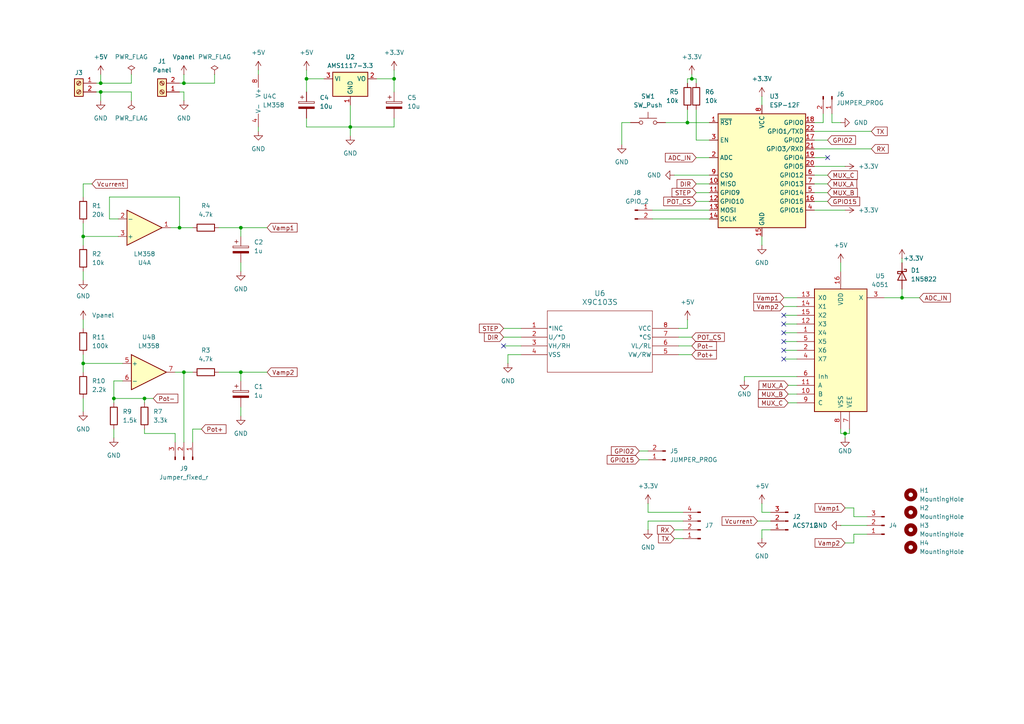
<source format=kicad_sch>
(kicad_sch (version 20250114) (generator "eeschema") (generator_version "9.0")
  (paper "A4")
  (lib_symbols
    (symbol "4xxx:4051" (pin_names (offset 1.016))
      (property "Reference" "U" (at -7.62 19.05 0))
      (property "Value" "4051" (at -7.62 -19.05 0))
      (symbol "4051_1_0"
        (pin passive line (at -12.7 15.24 0) (length 5.08) (name "X0") (number "13"))
        (pin passive line (at -12.7 12.7 0) (length 5.08) (name "X1") (number "14"))
        (pin passive line (at -12.7 10.16 0) (length 5.08) (name "X2") (number "15"))
        (pin passive line (at -12.7 7.62 0) (length 5.08) (name "X3") (number "12"))
        (pin passive line (at -12.7 5.08 0) (length 5.08) (name "X4") (number "1"))
        (pin passive line (at -12.7 2.54 0) (length 5.08) (name "X5") (number "5"))
        (pin passive line (at -12.7 0 0) (length 5.08) (name "X6") (number "2"))
        (pin passive line (at -12.7 -2.54 0) (length 5.08) (name "X7") (number "4"))
        (pin input line (at -12.7 -7.62 0) (length 5.08) (name "Inh") (number "6"))
        (pin input line (at -12.7 -10.16 0) (length 5.08) (name "A") (number "11"))
        (pin input line (at -12.7 -12.7 0) (length 5.08) (name "B") (number "10"))
        (pin input line (at -12.7 -15.24 0) (length 5.08) (name "C") (number "9"))
        (pin power_in line (at 0 22.86 270) (length 5.08) (name "VDD") (number "16"))
        (pin power_in line (at 0 -22.86 90) (length 5.08) (name "VSS") (number "8"))
        (pin power_in line (at 2.54 -22.86 90) (length 5.08) (name "VEE") (number "7"))
        (pin passive line (at 12.7 15.24 180) (length 5.08) (name "X") (number "3"))
      )
      (symbol "4051_1_1"
        (rectangle (start -7.62 17.78) (end 7.62 -17.78) (stroke (width 0.254)) (fill (type background)))
      )
    )
    (symbol "Amplifier_Operational:LM358" (pin_names (offset 0.127))
      (property "Reference" "U" (at 0 5.08 0))
      (property "Value" "LM358" (at 0 -5.08 0))
      (symbol "LM358_1_1"
        (polyline (pts (xy -5.08 5.08) (xy 5.08 0) (xy -5.08 -5.08) (xy -5.08 5.08)) (stroke (width 0.254)) (fill (type background)))
        (pin input line (at -7.62 2.54 0) (length 2.54) (name "+") (number "3"))
        (pin input line (at -7.62 -2.54 0) (length 2.54) (name "-") (number "2"))
        (pin output line (at 7.62 0 180) (length 2.54) (name "~") (number "1"))
      )
      (symbol "LM358_2_1"
        (polyline (pts (xy -5.08 5.08) (xy 5.08 0) (xy -5.08 -5.08) (xy -5.08 5.08)) (stroke (width 0.254)) (fill (type background)))
        (pin input line (at -7.62 2.54 0) (length 2.54) (name "+") (number "5"))
        (pin input line (at -7.62 -2.54 0) (length 2.54) (name "-") (number "6"))
        (pin output line (at 7.62 0 180) (length 2.54) (name "~") (number "7"))
      )
      (symbol "LM358_3_1"
        (pin power_in line (at -2.54 7.62 270) (length 3.81) (name "V+") (number "8"))
        (pin power_in line (at -2.54 -7.62 90) (length 3.81) (name "V-") (number "4"))
      )
    )
    (symbol "Connector:Conn_01x02_Pin" (pin_names (offset 1.016) (hide yes))
      (property "Reference" "J" (at 0 2.54 0))
      (property "Value" "Conn_01x02_Pin" (at 0 -5.08 0))
      (symbol "Conn_01x02_Pin_1_1"
        (rectangle (start 0.8636 0.127) (end 0 -0.127) (stroke (width 0.1524)) (fill (type outline)))
        (rectangle (start 0.8636 -2.413) (end 0 -2.667) (stroke (width 0.1524)) (fill (type outline)))
        (polyline (pts (xy 1.27 0) (xy 0.8636 0)) (stroke (width 0.1524)))
        (polyline (pts (xy 1.27 -2.54) (xy 0.8636 -2.54)) (stroke (width 0.1524)))
        (pin passive line (at 5.08 0 180) (length 3.81) (name "Pin_1") (number "1"))
        (pin passive line (at 5.08 -2.54 180) (length 3.81) (name "Pin_2") (number "2"))
      )
    )
    (symbol "Connector:Conn_01x03_Pin" (pin_names (offset 1.016) (hide yes))
      (property "Reference" "J" (at 0 5.08 0))
      (property "Value" "Conn_01x03_Pin" (at 0 -5.08 0))
      (symbol "Conn_01x03_Pin_1_1"
        (rectangle (start 0.8636 2.667) (end 0 2.413) (stroke (width 0.1524)) (fill (type outline)))
        (rectangle (start 0.8636 0.127) (end 0 -0.127) (stroke (width 0.1524)) (fill (type outline)))
        (rectangle (start 0.8636 -2.413) (end 0 -2.667) (stroke (width 0.1524)) (fill (type outline)))
        (polyline (pts (xy 1.27 2.54) (xy 0.8636 2.54)) (stroke (width 0.1524)))
        (polyline (pts (xy 1.27 0) (xy 0.8636 0)) (stroke (width 0.1524)))
        (polyline (pts (xy 1.27 -2.54) (xy 0.8636 -2.54)) (stroke (width 0.1524)))
        (pin passive line (at 5.08 2.54 180) (length 3.81) (name "Pin_1") (number "1"))
        (pin passive line (at 5.08 0 180) (length 3.81) (name "Pin_2") (number "2"))
        (pin passive line (at 5.08 -2.54 180) (length 3.81) (name "Pin_3") (number "3"))
      )
    )
    (symbol "Connector:Conn_01x04_Pin" (pin_names (offset 1.016) (hide yes))
      (property "Reference" "J" (at 0 5.08 0))
      (property "Value" "Conn_01x04_Pin" (at 0 -7.62 0))
      (symbol "Conn_01x04_Pin_1_1"
        (rectangle (start 0.8636 2.667) (end 0 2.413) (stroke (width 0.1524)) (fill (type outline)))
        (rectangle (start 0.8636 0.127) (end 0 -0.127) (stroke (width 0.1524)) (fill (type outline)))
        (rectangle (start 0.8636 -2.413) (end 0 -2.667) (stroke (width 0.1524)) (fill (type outline)))
        (rectangle (start 0.8636 -4.953) (end 0 -5.207) (stroke (width 0.1524)) (fill (type outline)))
        (polyline (pts (xy 1.27 2.54) (xy 0.8636 2.54)) (stroke (width 0.1524)))
        (polyline (pts (xy 1.27 0) (xy 0.8636 0)) (stroke (width 0.1524)))
        (polyline (pts (xy 1.27 -2.54) (xy 0.8636 -2.54)) (stroke (width 0.1524)))
        (polyline (pts (xy 1.27 -5.08) (xy 0.8636 -5.08)) (stroke (width 0.1524)))
        (pin passive line (at 5.08 2.54 180) (length 3.81) (name "Pin_1") (number "1"))
        (pin passive line (at 5.08 0 180) (length 3.81) (name "Pin_2") (number "2"))
        (pin passive line (at 5.08 -2.54 180) (length 3.81) (name "Pin_3") (number "3"))
        (pin passive line (at 5.08 -5.08 180) (length 3.81) (name "Pin_4") (number "4"))
      )
    )
    (symbol "Connector:Screw_Terminal_01x02" (pin_names (offset 1.016) (hide yes))
      (property "Reference" "J" (at 0 2.54 0))
      (property "Value" "Screw_Terminal_01x02" (at 0 -5.08 0))
      (symbol "Screw_Terminal_01x02_1_1"
        (rectangle (start -1.27 1.27) (end 1.27 -3.81) (stroke (width 0.254)) (fill (type background)))
        (polyline (pts (xy -0.5334 0.3302) (xy 0.3302 -0.508)) (stroke (width 0.1524)))
        (polyline (pts (xy -0.5334 -2.2098) (xy 0.3302 -3.048)) (stroke (width 0.1524)))
        (polyline (pts (xy -0.3556 0.508) (xy 0.508 -0.3302)) (stroke (width 0.1524)))
        (polyline (pts (xy -0.3556 -2.032) (xy 0.508 -2.8702)) (stroke (width 0.1524)))
        (circle (center 0 0) (radius 0.635) (stroke (width 0.1524)))
        (circle (center 0 -2.54) (radius 0.635) (stroke (width 0.1524)))
        (pin passive line (at -5.08 0 0) (length 3.81) (name "Pin_1") (number "1"))
        (pin passive line (at -5.08 -2.54 0) (length 3.81) (name "Pin_2") (number "2"))
      )
    )
    (symbol "Device:C_Polarized" (pin_numbers (hide yes)) (pin_names (offset 0.254))
      (property "Reference" "C" (at 0.635 2.54 0))
      (property "Value" "C_Polarized" (at 0.635 -2.54 0))
      (symbol "C_Polarized_0_1"
        (rectangle (start -2.286 0.508) (end 2.286 1.016))
        (polyline (pts (xy -1.778 2.286) (xy -0.762 2.286)))
        (polyline (pts (xy -1.27 2.794) (xy -1.27 1.778)))
        (rectangle (start 2.286 -0.508) (end -2.286 -1.016) (fill (type outline)))
      )
      (symbol "C_Polarized_1_1"
        (pin passive line (at 0 3.81 270) (length 2.794) (name "~") (number "1"))
        (pin passive line (at 0 -3.81 90) (length 2.794) (name "~") (number "2"))
      )
    )
    (symbol "Device:R" (pin_numbers (hide yes)) (pin_names (offset 0))
      (property "Reference" "R" (at 2.032 0 90))
      (property "Value" "R" (at 0 0 90))
      (symbol "R_0_1"
        (rectangle (start -1.016 -2.54) (end 1.016 2.54) (stroke (width 0.254)))
      )
      (symbol "R_1_1"
        (pin passive line (at 0 3.81 270) (length 1.27) (name "~") (number "1"))
        (pin passive line (at 0 -3.81 90) (length 1.27) (name "~") (number "2"))
      )
    )
    (symbol "Diode:1N5822" (pin_numbers (hide yes)) (pin_names (offset 1.016) (hide yes))
      (property "Reference" "D" (at 0 2.54 0))
      (property "Value" "1N5822" (at 0 -2.54 0))
      (symbol "1N5822_0_1"
        (polyline (pts (xy -1.905 0.635) (xy -1.905 1.27) (xy -1.27 1.27) (xy -1.27 -1.27) (xy -0.635 -1.27) (xy -0.635 -0.635)) (stroke (width 0.254)))
        (polyline (pts (xy 1.27 1.27) (xy 1.27 -1.27) (xy -1.27 0) (xy 1.27 1.27)) (stroke (width 0.254)))
        (polyline (pts (xy 1.27 0) (xy -1.27 0)))
      )
      (symbol "1N5822_1_1"
        (pin passive line (at -3.81 0 0) (length 2.54) (name "K") (number "1"))
        (pin passive line (at 3.81 0 180) (length 2.54) (name "A") (number "2"))
      )
    )
    (symbol "Mechanical:MountingHole" (pin_names (offset 1.016)) (exclude_from_sim yes) (in_bom no)
      (property "Reference" "H" (at 0 5.08 0))
      (property "Value" "MountingHole" (at 0 3.175 0))
      (symbol "MountingHole_0_1"
        (circle (center 0 0) (radius 1.27) (stroke (width 1.27)))
      )
    )
    (symbol "RF_Module:ESP-12F"
      (property "Reference" "U" (at -12.7 19.05 0))
      (property "Value" "ESP-12F" (at 12.7 19.05 0))
      (symbol "ESP-12F_0_1"
        (rectangle (start -12.7 17.78) (end 12.7 -15.24) (stroke (width 0.254)) (fill (type background)))
      )
      (symbol "ESP-12F_1_1"
        (pin input line (at -15.24 15.24 0) (length 2.54) (name "~{RST}") (number "1"))
        (pin input line (at -15.24 10.16 0) (length 2.54) (name "EN") (number "3"))
        (pin input line (at -15.24 5.08 0) (length 2.54) (name "ADC") (number "2"))
        (pin input line (at -15.24 0 0) (length 2.54) (name "CS0") (number "9"))
        (pin bidirectional line (at -15.24 -2.54 0) (length 2.54) (name "MISO") (number "10"))
        (pin bidirectional line (at -15.24 -5.08 0) (length 2.54) (name "GPIO9") (number "11"))
        (pin bidirectional line (at -15.24 -7.62 0) (length 2.54) (name "GPIO10") (number "12"))
        (pin bidirectional line (at -15.24 -10.16 0) (length 2.54) (name "MOSI") (number "13"))
        (pin bidirectional line (at -15.24 -12.7 0) (length 2.54) (name "SCLK") (number "14"))
        (pin power_in line (at 0 20.32 270) (length 2.54) (name "VCC") (number "8"))
        (pin power_in line (at 0 -17.78 90) (length 2.54) (name "GND") (number "15"))
        (pin bidirectional line (at 15.24 15.24 180) (length 2.54) (name "GPIO0") (number "18"))
        (pin bidirectional line (at 15.24 12.7 180) (length 2.54) (name "GPIO1/TXD") (number "22"))
        (pin bidirectional line (at 15.24 10.16 180) (length 2.54) (name "GPIO2") (number "17"))
        (pin bidirectional line (at 15.24 7.62 180) (length 2.54) (name "GPIO3/RXD") (number "21"))
        (pin bidirectional line (at 15.24 5.08 180) (length 2.54) (name "GPIO4") (number "19"))
        (pin bidirectional line (at 15.24 2.54 180) (length 2.54) (name "GPIO5") (number "20"))
        (pin bidirectional line (at 15.24 0 180) (length 2.54) (name "GPIO12") (number "6"))
        (pin bidirectional line (at 15.24 -2.54 180) (length 2.54) (name "GPIO13") (number "7"))
        (pin bidirectional line (at 15.24 -5.08 180) (length 2.54) (name "GPIO14") (number "5"))
        (pin bidirectional line (at 15.24 -7.62 180) (length 2.54) (name "GPIO15") (number "16"))
        (pin bidirectional line (at 15.24 -10.16 180) (length 2.54) (name "GPIO16") (number "4"))
      )
    )
    (symbol "Regulator_Linear:AMS1117-3.3"
      (property "Reference" "U" (at -3.81 3.175 0))
      (property "Value" "AMS1117-3.3" (at 0 3.175 0))
      (symbol "AMS1117-3.3_0_1"
        (rectangle (start -5.08 -5.08) (end 5.08 1.905) (stroke (width 0.254)) (fill (type background)))
      )
      (symbol "AMS1117-3.3_1_1"
        (pin power_in line (at -7.62 0 0) (length 2.54) (name "VI") (number "3"))
        (pin power_in line (at 0 -7.62 90) (length 2.54) (name "GND") (number "1"))
        (pin power_out line (at 7.62 0 180) (length 2.54) (name "VO") (number "2"))
      )
    )
    (symbol "Switch:SW_Push" (pin_numbers (hide yes)) (pin_names (offset 1.016) (hide yes))
      (property "Reference" "SW" (at 1.27 2.54 0))
      (property "Value" "SW_Push" (at 0 -1.524 0))
      (symbol "SW_Push_0_1"
        (circle (center -2.032 0) (radius 0.508))
        (polyline (pts (xy 0 1.27) (xy 0 3.048)))
        (circle (center 2.032 0) (radius 0.508))
        (polyline (pts (xy 2.54 1.27) (xy -2.54 1.27)))
        (pin passive line (at -5.08 0 0) (length 2.54) (name "1") (number "1"))
        (pin passive line (at 5.08 0 180) (length 2.54) (name "2") (number "2"))
      )
    )
    (symbol "power:+3.3V" (power) (pin_numbers (hide yes)) (pin_names (offset 0) (hide yes))
      (property "Value" "+3.3V" (at 0 3.556 0))
      (symbol "+3.3V_0_1"
        (polyline (pts (xy -0.762 1.27) (xy 0 2.54)))
        (polyline (pts (xy 0 2.54) (xy 0.762 1.27)))
        (polyline (pts (xy 0 0) (xy 0 2.54)))
      )
      (symbol "+3.3V_1_1"
        (pin power_in line (at 0 0 90) (length 0) (name "~") (number "1"))
      )
    )
    (symbol "power:+48V" (power) (pin_numbers (hide yes)) (pin_names (offset 0) (hide yes))
      (property "Value" "+48V" (at 0 3.556 0))
      (symbol "+48V_0_1"
        (polyline (pts (xy -0.762 1.27) (xy 0 2.54)))
        (polyline (pts (xy 0 2.54) (xy 0.762 1.27)))
        (polyline (pts (xy 0 0) (xy 0 2.54)))
      )
      (symbol "+48V_1_1"
        (pin power_in line (at 0 0 90) (length 0) (name "~") (number "1"))
      )
    )
    (symbol "power:+5V" (power) (pin_numbers (hide yes)) (pin_names (offset 0) (hide yes))
      (property "Value" "+5V" (at 0 3.556 0))
      (symbol "+5V_0_1"
        (polyline (pts (xy -0.762 1.27) (xy 0 2.54)))
        (polyline (pts (xy 0 2.54) (xy 0.762 1.27)))
        (polyline (pts (xy 0 0) (xy 0 2.54)))
      )
      (symbol "+5V_1_1"
        (pin power_in line (at 0 0 90) (length 0) (name "~") (number "1"))
      )
    )
    (symbol "power:GND" (power) (pin_numbers (hide yes)) (pin_names (offset 0) (hide yes))
      (property "Value" "GND" (at 0 -3.81 0))
      (symbol "GND_0_1"
        (polyline (pts (xy 0 0) (xy 0 -1.27) (xy 1.27 -1.27) (xy 0 -2.54) (xy -1.27 -1.27) (xy 0 -1.27)))
      )
      (symbol "GND_1_1"
        (pin power_in line (at 0 0 270) (length 0) (name "~") (number "1"))
      )
    )
    (symbol "power:PWR_FLAG" (power) (pin_numbers (hide yes)) (pin_names (offset 0) (hide yes))
      (property "Value" "PWR_FLAG" (at 0 3.81 0))
      (symbol "PWR_FLAG_0_0"
        (pin power_out line (at 0 0 90) (length 0) (name "~") (number "1"))
      )
      (symbol "PWR_FLAG_0_1"
        (polyline (pts (xy 0 0) (xy 0 1.27) (xy -1.016 1.905) (xy 0 2.54) (xy 1.016 1.905) (xy 0 1.27)))
      )
    )
    (symbol "x9c103s:X9C103S" (pin_names (offset 0.254))
      (property "Reference" "U" (at 22.86 10.16 0))
      (property "Value" "X9C103S" (at 22.86 7.62 0))
      (symbol "X9C103S_0_1"
        (polyline (pts (xy 7.62 5.08) (xy 7.62 -12.7)) (stroke (width 0.127)))
        (polyline (pts (xy 7.62 -12.7) (xy 38.1 -12.7)) (stroke (width 0.127)))
        (polyline (pts (xy 38.1 5.08) (xy 7.62 5.08)) (stroke (width 0.127)))
        (polyline (pts (xy 38.1 -12.7) (xy 38.1 5.08)) (stroke (width 0.127)))
        (pin input line (at 0 0 0) (length 7.62) (name "*INC") (number "1"))
        (pin input line (at 0 -2.54 0) (length 7.62) (name "U/*D") (number "2"))
        (pin power_in line (at 0 -7.62 0) (length 7.62) (name "VSS") (number "4"))
        (pin power_in line (at 45.72 0 180) (length 7.62) (name "VCC") (number "8"))
        (pin input line (at 45.72 -2.54 180) (length 7.62) (name "*CS") (number "7"))
      )
      (symbol "X9C103S_1_1"
        (pin bidirectional line (at 0 -5.08 0) (length 7.62) (name "VH/RH") (number "3"))
        (pin bidirectional line (at 45.72 -5.08 180) (length 7.62) (name "VL/RL") (number "6"))
        (pin bidirectional line (at 45.72 -7.62 180) (length 7.62) (name "VW/RW") (number "5"))
      )
    )
  )
  (junction (at 200.66 22.86))
  (junction (at 24.13 68.58))
  (junction (at 53.34 107.95))
  (junction (at 69.85 66.04))
  (junction (at 41.91 115.57))
  (junction (at 33.02 115.57))
  (junction (at 24.13 105.41))
  (junction (at 101.6 36.83))
  (junction (at 88.9 22.86))
  (junction (at 199.39 35.56))
  (junction (at 52.07 66.04))
  (junction (at 261.62 86.36))
  (junction (at 29.21 24.13))
  (junction (at 69.85 107.95))
  (junction (at 29.21 26.67))
  (junction (at 53.34 24.13))
  (junction (at 245.11 125.73))
  (junction (at 114.3 22.86))
  (no_connect (at 227.33 99.06))
  (no_connect (at 227.33 101.6))
  (no_connect (at 227.33 91.44))
  (no_connect (at 227.33 104.14))
  (no_connect (at 227.33 96.52))
  (no_connect (at 227.33 93.98))
  (no_connect (at 240.03 45.72))
  (no_connect (at 146.05 100.33))
  (wire (pts (xy 236.22 45.72) (xy 240.03 45.72)))
  (wire (pts (xy 219.71 151.13) (xy 223.52 151.13)))
  (wire (pts (xy 74.93 36.83) (xy 74.93 38.1)))
  (wire (pts (xy 193.04 35.56) (xy 199.39 35.56)))
  (wire (pts (xy 114.3 36.83) (xy 101.6 36.83)))
  (wire (pts (xy 241.3 35.56) (xy 243.84 35.56)))
  (wire (pts (xy 29.21 26.67) (xy 38.1 26.67)))
  (wire (pts (xy 29.21 24.13) (xy 29.21 21.59)))
  (wire (pts (xy 199.39 22.86) (xy 200.66 22.86)))
  (wire (pts (xy 53.34 24.13) (xy 53.34 21.59)))
  (wire (pts (xy 227.33 104.14) (xy 231.14 104.14)))
  (wire (pts (xy 62.23 21.59) (xy 62.23 24.13)))
  (wire (pts (xy 215.9 110.49) (xy 215.9 109.22)))
  (wire (pts (xy 246.38 125.73) (xy 245.11 125.73)))
  (wire (pts (xy 27.94 24.13) (xy 29.21 24.13)))
  (wire (pts (xy 220.98 146.05) (xy 220.98 148.59)))
  (wire (pts (xy 195.58 50.8) (xy 205.74 50.8)))
  (wire (pts (xy 63.5 66.04) (xy 69.85 66.04)))
  (wire (pts (xy 201.93 40.64) (xy 205.74 40.64)))
  (wire (pts (xy 187.96 153.67) (xy 187.96 151.13)))
  (wire (pts (xy 236.22 50.8) (xy 240.03 50.8)))
  (wire (pts (xy 236.22 53.34) (xy 240.03 53.34)))
  (wire (pts (xy 189.23 63.5) (xy 205.74 63.5)))
  (wire (pts (xy 199.39 31.75) (xy 199.39 35.56)))
  (wire (pts (xy 199.39 35.56) (xy 205.74 35.56)))
  (wire (pts (xy 101.6 36.83) (xy 101.6 39.37)))
  (wire (pts (xy 196.85 102.87) (xy 200.66 102.87)))
  (wire (pts (xy 74.93 20.32) (xy 74.93 21.59)))
  (wire (pts (xy 88.9 20.32) (xy 88.9 22.86)))
  (wire (pts (xy 38.1 29.21) (xy 38.1 26.67)))
  (wire (pts (xy 58.42 124.46) (xy 55.88 124.46)))
  (wire (pts (xy 69.85 107.95) (xy 69.85 110.49)))
  (wire (pts (xy 247.65 149.86) (xy 251.46 149.86)))
  (wire (pts (xy 247.65 154.94) (xy 251.46 154.94)))
  (wire (pts (xy 256.54 86.36) (xy 261.62 86.36)))
  (wire (pts (xy 220.98 27.94) (xy 220.98 30.48)))
  (wire (pts (xy 146.05 100.33) (xy 151.13 100.33)))
  (wire (pts (xy 24.13 105.41) (xy 24.13 107.95)))
  (wire (pts (xy 236.22 38.1) (xy 252.73 38.1)))
  (wire (pts (xy 220.98 68.58) (xy 220.98 71.12)))
  (wire (pts (xy 215.9 109.22) (xy 231.14 109.22)))
  (wire (pts (xy 185.42 133.35) (xy 187.96 133.35)))
  (wire (pts (xy 77.47 107.95) (xy 69.85 107.95)))
  (wire (pts (xy 236.22 43.18) (xy 252.73 43.18)))
  (wire (pts (xy 29.21 26.67) (xy 29.21 29.21)))
  (wire (pts (xy 195.58 156.21) (xy 198.12 156.21)))
  (wire (pts (xy 227.33 101.6) (xy 231.14 101.6)))
  (wire (pts (xy 31.75 57.15) (xy 52.07 57.15)))
  (wire (pts (xy 196.85 97.79) (xy 200.66 97.79)))
  (wire (pts (xy 261.62 86.36) (xy 266.7 86.36)))
  (wire (pts (xy 198.12 148.59) (xy 187.96 148.59)))
  (wire (pts (xy 220.98 153.67) (xy 220.98 156.21)))
  (wire (pts (xy 29.21 24.13) (xy 38.1 24.13)))
  (wire (pts (xy 261.62 74.93) (xy 261.62 76.2)))
  (wire (pts (xy 52.07 66.04) (xy 55.88 66.04)))
  (wire (pts (xy 228.6 116.84) (xy 231.14 116.84)))
  (wire (pts (xy 245.11 60.96) (xy 236.22 60.96)))
  (wire (pts (xy 223.52 153.67) (xy 220.98 153.67)))
  (wire (pts (xy 33.02 115.57) (xy 33.02 116.84)))
  (wire (pts (xy 246.38 124.46) (xy 246.38 125.73)))
  (wire (pts (xy 200.66 22.86) (xy 200.66 21.59)))
  (wire (pts (xy 114.3 22.86) (xy 109.22 22.86)))
  (wire (pts (xy 50.8 128.27) (xy 50.8 125.73)))
  (wire (pts (xy 247.65 157.48) (xy 247.65 154.94)))
  (wire (pts (xy 41.91 115.57) (xy 41.91 116.84)))
  (wire (pts (xy 245.11 125.73) (xy 243.84 125.73)))
  (wire (pts (xy 53.34 107.95) (xy 53.34 128.27)))
  (wire (pts (xy 69.85 76.2) (xy 69.85 78.74)))
  (wire (pts (xy 114.3 22.86) (xy 114.3 26.67)))
  (wire (pts (xy 238.76 33.02) (xy 238.76 35.56)))
  (wire (pts (xy 228.6 111.76) (xy 231.14 111.76)))
  (wire (pts (xy 247.65 147.32) (xy 247.65 149.86)))
  (wire (pts (xy 201.93 24.13) (xy 201.93 22.86)))
  (wire (pts (xy 227.33 86.36) (xy 231.14 86.36)))
  (wire (pts (xy 69.85 118.11) (xy 69.85 120.65)))
  (wire (pts (xy 88.9 36.83) (xy 88.9 34.29)))
  (wire (pts (xy 227.33 93.98) (xy 231.14 93.98)))
  (wire (pts (xy 69.85 66.04) (xy 69.85 68.58)))
  (wire (pts (xy 33.02 124.46) (xy 33.02 127)))
  (wire (pts (xy 180.34 35.56) (xy 180.34 41.91)))
  (wire (pts (xy 88.9 22.86) (xy 93.98 22.86)))
  (wire (pts (xy 34.29 63.5) (xy 31.75 63.5)))
  (wire (pts (xy 114.3 20.32) (xy 114.3 22.86)))
  (wire (pts (xy 187.96 148.59) (xy 187.96 146.05)))
  (wire (pts (xy 31.75 63.5) (xy 31.75 57.15)))
  (wire (pts (xy 243.84 124.46) (xy 243.84 125.73)))
  (wire (pts (xy 147.32 105.41) (xy 147.32 102.87)))
  (wire (pts (xy 201.93 31.75) (xy 201.93 40.64)))
  (wire (pts (xy 185.42 130.81) (xy 187.96 130.81)))
  (wire (pts (xy 55.88 124.46) (xy 55.88 128.27)))
  (wire (pts (xy 243.84 76.2) (xy 243.84 78.74)))
  (wire (pts (xy 24.13 64.77) (xy 24.13 68.58)))
  (wire (pts (xy 236.22 48.26) (xy 245.11 48.26)))
  (wire (pts (xy 114.3 34.29) (xy 114.3 36.83)))
  (wire (pts (xy 53.34 24.13) (xy 62.23 24.13)))
  (wire (pts (xy 27.94 26.67) (xy 29.21 26.67)))
  (wire (pts (xy 41.91 125.73) (xy 41.91 124.46)))
  (wire (pts (xy 195.58 153.67) (xy 198.12 153.67)))
  (wire (pts (xy 38.1 21.59) (xy 38.1 24.13)))
  (wire (pts (xy 240.03 58.42) (xy 236.22 58.42)))
  (wire (pts (xy 50.8 107.95) (xy 53.34 107.95)))
  (wire (pts (xy 201.93 22.86) (xy 200.66 22.86)))
  (wire (pts (xy 245.11 157.48) (xy 247.65 157.48)))
  (wire (pts (xy 227.33 91.44) (xy 231.14 91.44)))
  (wire (pts (xy 24.13 95.25) (xy 24.13 92.71)))
  (wire (pts (xy 146.05 95.25) (xy 151.13 95.25)))
  (wire (pts (xy 53.34 26.67) (xy 53.34 29.21)))
  (wire (pts (xy 236.22 40.64) (xy 240.03 40.64)))
  (wire (pts (xy 33.02 110.49) (xy 33.02 115.57)))
  (wire (pts (xy 24.13 53.34) (xy 24.13 57.15)))
  (wire (pts (xy 187.96 151.13) (xy 198.12 151.13)))
  (wire (pts (xy 227.33 99.06) (xy 231.14 99.06)))
  (wire (pts (xy 201.93 58.42) (xy 205.74 58.42)))
  (wire (pts (xy 41.91 125.73) (xy 50.8 125.73)))
  (wire (pts (xy 147.32 102.87) (xy 151.13 102.87)))
  (wire (pts (xy 33.02 110.49) (xy 35.56 110.49)))
  (wire (pts (xy 243.84 152.4) (xy 251.46 152.4)))
  (wire (pts (xy 41.91 115.57) (xy 44.45 115.57)))
  (wire (pts (xy 236.22 55.88) (xy 240.03 55.88)))
  (wire (pts (xy 199.39 92.71) (xy 199.39 95.25)))
  (wire (pts (xy 24.13 105.41) (xy 35.56 105.41)))
  (wire (pts (xy 88.9 22.86) (xy 88.9 26.67)))
  (wire (pts (xy 101.6 36.83) (xy 88.9 36.83)))
  (wire (pts (xy 228.6 114.3) (xy 231.14 114.3)))
  (wire (pts (xy 24.13 78.74) (xy 24.13 81.28)))
  (wire (pts (xy 101.6 30.48) (xy 101.6 36.83)))
  (wire (pts (xy 220.98 148.59) (xy 223.52 148.59)))
  (wire (pts (xy 69.85 66.04) (xy 77.47 66.04)))
  (wire (pts (xy 196.85 100.33) (xy 200.66 100.33)))
  (wire (pts (xy 146.05 97.79) (xy 151.13 97.79)))
  (wire (pts (xy 245.11 125.73) (xy 245.11 127)))
  (wire (pts (xy 26.67 53.34) (xy 24.13 53.34)))
  (wire (pts (xy 227.33 88.9) (xy 231.14 88.9)))
  (wire (pts (xy 201.93 45.72) (xy 205.74 45.72)))
  (wire (pts (xy 199.39 95.25) (xy 196.85 95.25)))
  (wire (pts (xy 182.88 35.56) (xy 180.34 35.56)))
  (wire (pts (xy 227.33 96.52) (xy 231.14 96.52)))
  (wire (pts (xy 24.13 68.58) (xy 34.29 68.58)))
  (wire (pts (xy 245.11 147.32) (xy 247.65 147.32)))
  (wire (pts (xy 52.07 24.13) (xy 53.34 24.13)))
  (wire (pts (xy 33.02 115.57) (xy 41.91 115.57)))
  (wire (pts (xy 24.13 102.87) (xy 24.13 105.41)))
  (wire (pts (xy 53.34 107.95) (xy 55.88 107.95)))
  (wire (pts (xy 201.93 53.34) (xy 205.74 53.34)))
  (wire (pts (xy 24.13 68.58) (xy 24.13 71.12)))
  (wire (pts (xy 49.53 66.04) (xy 52.07 66.04)))
  (wire (pts (xy 63.5 107.95) (xy 69.85 107.95)))
  (wire (pts (xy 24.13 115.57) (xy 24.13 119.38)))
  (wire (pts (xy 52.07 26.67) (xy 53.34 26.67)))
  (wire (pts (xy 241.3 33.02) (xy 241.3 35.56)))
  (wire (pts (xy 52.07 57.15) (xy 52.07 66.04)))
  (wire (pts (xy 199.39 22.86) (xy 199.39 24.13)))
  (wire (pts (xy 201.93 55.88) (xy 205.74 55.88)))
  (wire (pts (xy 261.62 83.82) (xy 261.62 86.36)))
  (wire (pts (xy 238.76 35.56) (xy 236.22 35.56)))
  (wire (pts (xy 189.23 60.96) (xy 205.74 60.96)))
  (global_label "Pot+" (shape input) (at 58.42 124.46 0) (property "Intersheetrefs" "${INTERSHEET_REFS}" (effects (hide yes))))
  (global_label "Vcurrent" (shape input) (at 219.71 151.13 180) (property "Intersheetrefs" "${INTERSHEET_REFS}" (effects (hide yes))))
  (global_label "Vamp1" (shape input) (at 245.11 147.32 180) (property "Intersheetrefs" "${INTERSHEET_REFS}" (effects (hide yes))))
  (global_label "MUX_C" (shape input) (at 228.6 116.84 180) (property "Intersheetrefs" "${INTERSHEET_REFS}" (effects (hide yes))))
  (global_label "Pot-" (shape input) (at 200.66 100.33 0) (property "Intersheetrefs" "${INTERSHEET_REFS}" (effects (hide yes))))
  (global_label "Vcurrent" (shape input) (at 26.67 53.34 0) (property "Intersheetrefs" "${INTERSHEET_REFS}" (effects (hide yes))))
  (global_label "POT_CS" (shape input) (at 201.93 58.42 180) (property "Intersheetrefs" "${INTERSHEET_REFS}" (effects (hide yes))))
  (global_label "MUX_B" (shape input) (at 228.6 114.3 180) (property "Intersheetrefs" "${INTERSHEET_REFS}" (effects (hide yes))))
  (global_label "DIR" (shape input) (at 146.05 97.79 180) (property "Intersheetrefs" "${INTERSHEET_REFS}" (effects (hide yes))))
  (global_label "STEP" (shape input) (at 146.05 95.25 180) (property "Intersheetrefs" "${INTERSHEET_REFS}" (effects (hide yes))))
  (global_label "MUX_A" (shape input) (at 228.6 111.76 180) (property "Intersheetrefs" "${INTERSHEET_REFS}" (effects (hide yes))))
  (global_label "TX" (shape input) (at 252.73 38.1 0) (property "Intersheetrefs" "${INTERSHEET_REFS}" (effects (hide yes))))
  (global_label "ADC_IN" (shape input) (at 266.7 86.36 0) (property "Intersheetrefs" "${INTERSHEET_REFS}" (effects (hide yes))))
  (global_label "TX" (shape input) (at 195.58 156.21 180) (property "Intersheetrefs" "${INTERSHEET_REFS}" (effects (hide yes))))
  (global_label "RX" (shape input) (at 252.73 43.18 0) (property "Intersheetrefs" "${INTERSHEET_REFS}" (effects (hide yes))))
  (global_label "Vamp1" (shape input) (at 77.47 66.04 0) (property "Intersheetrefs" "${INTERSHEET_REFS}" (effects (hide yes))))
  (global_label "Vamp2" (shape input) (at 245.11 157.48 180) (property "Intersheetrefs" "${INTERSHEET_REFS}" (effects (hide yes))))
  (global_label "GPIO15" (shape input) (at 240.03 58.42 0) (property "Intersheetrefs" "${INTERSHEET_REFS}" (effects (hide yes))))
  (global_label "MUX_C" (shape input) (at 240.03 50.8 0) (property "Intersheetrefs" "${INTERSHEET_REFS}" (effects (hide yes))))
  (global_label "GPIO15" (shape input) (at 185.42 133.35 180) (property "Intersheetrefs" "${INTERSHEET_REFS}" (effects (hide yes))))
  (global_label "POT_CS" (shape input) (at 200.66 97.79 0) (property "Intersheetrefs" "${INTERSHEET_REFS}" (effects (hide yes))))
  (global_label "Vamp1" (shape input) (at 227.33 86.36 180) (property "Intersheetrefs" "${INTERSHEET_REFS}" (effects (hide yes))))
  (global_label "GPIO2" (shape input) (at 185.42 130.81 180) (property "Intersheetrefs" "${INTERSHEET_REFS}" (effects (hide yes))))
  (global_label "MUX_A" (shape input) (at 240.03 53.34 0) (property "Intersheetrefs" "${INTERSHEET_REFS}" (effects (hide yes))))
  (global_label "MUX_B" (shape input) (at 240.03 55.88 0) (property "Intersheetrefs" "${INTERSHEET_REFS}" (effects (hide yes))))
  (global_label "GPIO2" (shape input) (at 240.03 40.64 0) (property "Intersheetrefs" "${INTERSHEET_REFS}" (effects (hide yes))))
  (global_label "STEP" (shape input) (at 201.93 55.88 180) (property "Intersheetrefs" "${INTERSHEET_REFS}" (effects (hide yes))))
  (global_label "RX" (shape input) (at 195.58 153.67 180) (property "Intersheetrefs" "${INTERSHEET_REFS}" (effects (hide yes))))
  (global_label "Vamp2" (shape input) (at 227.33 88.9 180) (property "Intersheetrefs" "${INTERSHEET_REFS}" (effects (hide yes))))
  (global_label "Vamp2" (shape input) (at 77.47 107.95 0) (property "Intersheetrefs" "${INTERSHEET_REFS}" (effects (hide yes))))
  (global_label "Pot+" (shape input) (at 200.66 102.87 0) (property "Intersheetrefs" "${INTERSHEET_REFS}" (effects (hide yes))))
  (global_label "Pot-" (shape input) (at 44.45 115.57 0) (property "Intersheetrefs" "${INTERSHEET_REFS}" (effects (hide yes))))
  (global_label "DIR" (shape input) (at 201.93 53.34 180) (property "Intersheetrefs" "${INTERSHEET_REFS}" (effects (hide yes))))
  (global_label "ADC_IN" (shape input) (at 201.93 45.72 180) (property "Intersheetrefs" "${INTERSHEET_REFS}" (effects (hide yes))))
  (symbol (lib_id "Amplifier_Operational:LM358") (at 77.47 29.21 0) (unit 3)
    (property "Reference" "U4" (at 76.2 27.9399 0) (effects (justify left)))
    (property "Value" "LM358" (at 76.2 30.4799 0) (effects (justify left)))
    (property "Footprint" "Package_DIP:DIP-8_W10.16mm_LongPads" (effects (hide yes)))
    (property "Datasheet" "http://www.ti.com/lit/ds/symlink/lm2904-n.pdf" (effects (hide yes)))
    (property "Description" "Low-Power, Dual Operational Amplifiers, DIP-8/SOIC-8/TO-99-8" (effects (hide yes)))
  )
  (symbol (lib_id "Mechanical:MountingHole") (at 264.16 148.59 0) (unit 1) (exclude_from_sim yes) (in_bom no)
    (property "Reference" "H2" (at 266.7 147.3199 0) (effects (justify left)))
    (property "Value" "MountingHole" (at 266.7 149.8599 0) (effects (justify left)))
    (property "Footprint" "MountingHole:MountingHole_3.2mm_M3" (effects (hide yes)))
    (property "Description" "Mounting Hole without connection" (effects (hide yes)))
  )
  (symbol (lib_id "power:GND") (at 101.6 39.37 0) (unit 1)
    (property "Reference" "#PWR08" (effects (hide yes)))
    (property "Value" "GND" (at 101.6 44.45 0))
    (property "Description" "Power symbol creates a global label with name \"GND\" , ground" (effects (hide yes)))
  )
  (symbol (lib_id "power:GND") (at 24.13 81.28 0) (unit 1)
    (property "Reference" "#PWR023" (effects (hide yes)))
    (property "Value" "GND" (at 24.13 85.852 0))
    (property "Description" "Power symbol creates a global label with name \"GND\" , ground" (effects (hide yes)))
  )
  (symbol (lib_id "power:GND") (at 245.11 127 0) (unit 1)
    (property "Reference" "#PWR029" (effects (hide yes)))
    (property "Value" "GND" (at 245.11 130.81 0))
    (property "Description" "Power symbol creates a global label with name \"GND\" , ground" (effects (hide yes)))
  )
  (symbol (lib_id "power:+3.3V") (at 245.11 48.26 270) (unit 1)
    (property "Reference" "#PWR04" (effects (hide yes)))
    (property "Value" "+3.3V" (at 248.92 48.2599 90) (effects (justify left)))
    (property "Description" "Power symbol creates a global label with name \"+3.3V\"" (effects (hide yes)))
  )
  (symbol (lib_id "power:PWR_FLAG") (at 38.1 29.21 180) (unit 1)
    (property "Reference" "#FLG02" (effects (hide yes)))
    (property "Value" "PWR_FLAG" (at 38.1 34.29 0))
    (property "Description" "Special symbol for telling ERC where power comes from" (effects (hide yes)))
  )
  (symbol (lib_id "power:+5V") (at 29.21 21.59 0) (unit 1)
    (property "Reference" "#PWR015" (effects (hide yes)))
    (property "Value" "+5V" (at 29.21 16.51 0))
    (property "Description" "Power symbol creates a global label with name \"+5V\"" (effects (hide yes)))
  )
  (symbol (lib_id "power:GND") (at 29.21 29.21 0) (unit 1)
    (property "Reference" "#PWR016" (effects (hide yes)))
    (property "Value" "GND" (at 29.21 34.29 0))
    (property "Description" "Power symbol creates a global label with name \"GND\" , ground" (effects (hide yes)))
  )
  (symbol (lib_id "power:GND") (at 220.98 71.12 0) (unit 1)
    (property "Reference" "#PWR020" (effects (hide yes)))
    (property "Value" "GND" (at 220.98 76.2 0))
    (property "Description" "Power symbol creates a global label with name \"GND\" , ground" (effects (hide yes)))
  )
  (symbol (lib_id "Mechanical:MountingHole") (at 264.16 158.75 0) (unit 1) (exclude_from_sim yes) (in_bom no)
    (property "Reference" "H4" (at 266.7 157.4799 0) (effects (justify left)))
    (property "Value" "MountingHole" (at 266.7 160.0199 0) (effects (justify left)))
    (property "Footprint" "MountingHole:MountingHole_3.2mm_M3" (effects (hide yes)))
    (property "Description" "Mounting Hole without connection" (effects (hide yes)))
  )
  (symbol (lib_id "power:GND") (at 180.34 41.91 0) (unit 1)
    (property "Reference" "#PWR024" (effects (hide yes)))
    (property "Value" "GND" (at 180.34 46.99 0))
    (property "Description" "Power symbol creates a global label with name \"GND\" , ground" (effects (hide yes)))
  )
  (symbol (lib_id "Device:R") (at 33.02 120.65 180) (unit 1)
    (property "Reference" "R9" (at 35.56 119.3799 0) (effects (justify right)))
    (property "Value" "1.5k" (at 35.56 121.9199 0) (effects (justify right)))
    (property "Footprint" "Resistor_THT:R_Axial_DIN0207_L6.3mm_D2.5mm_P10.16mm_Horizontal" (effects (hide yes)))
    (property "Description" "Resistor" (effects (hide yes)))
  )
  (symbol (lib_id "power:GND") (at 187.96 153.67 0) (unit 1)
    (property "Reference" "#PWR033" (effects (hide yes)))
    (property "Value" "GND" (at 187.96 158.75 0))
    (property "Description" "Power symbol creates a global label with name \"GND\" , ground" (effects (hide yes)))
  )
  (symbol (lib_id "Device:C_Polarized") (at 114.3 30.48 0) (unit 1)
    (property "Reference" "C5" (at 118.11 28.3209 0) (effects (justify left)))
    (property "Value" "10u" (at 118.11 30.8609 0) (effects (justify left)))
    (property "Footprint" "Capacitor_THT:CP_Radial_D5.0mm_P2.50mm" (effects (hide yes)))
    (property "Description" "Polarized capacitor" (effects (hide yes)))
  )
  (symbol (lib_id "Mechanical:MountingHole") (at 264.16 143.51 0) (unit 1) (exclude_from_sim yes) (in_bom no)
    (property "Reference" "H1" (at 266.7 142.2399 0) (effects (justify left)))
    (property "Value" "MountingHole" (at 266.7 144.7799 0) (effects (justify left)))
    (property "Footprint" "MountingHole:MountingHole_3.2mm_M3" (effects (hide yes)))
    (property "Description" "Mounting Hole without connection" (effects (hide yes)))
  )
  (symbol (lib_id "x9c103s:X9C103S") (at 151.13 95.25 0) (unit 1)
    (property "Reference" "U6" (at 173.99 85.09 0) (effects (font (size 1.524 1.524))))
    (property "Value" "X9C103S" (at 173.99 87.63 0) (effects (font (size 1.524 1.524))))
    (property "Footprint" "Componentes:X9C103S" (effects (hide yes)))
    (property "Datasheet" "X9C103S" (effects (hide yes)))
  )
  (symbol (lib_id "Device:R") (at 59.69 107.95 90) (unit 1)
    (property "Reference" "R3" (at 59.69 101.6 90))
    (property "Value" "4.7k" (at 59.69 104.14 90))
    (property "Footprint" "Resistor_THT:R_Axial_DIN0207_L6.3mm_D2.5mm_P10.16mm_Horizontal" (effects (hide yes)))
    (property "Description" "Resistor" (effects (hide yes)))
  )
  (symbol (lib_id "Amplifier_Operational:LM358") (at 43.18 107.95 0) (unit 2)
    (property "Reference" "U4" (at 43.18 97.79 0))
    (property "Value" "LM358" (at 43.18 100.33 0))
    (property "Footprint" "Package_DIP:DIP-8_W10.16mm_LongPads" (effects (hide yes)))
    (property "Datasheet" "http://www.ti.com/lit/ds/symlink/lm2904-n.pdf" (effects (hide yes)))
    (property "Description" "Low-Power, Dual Operational Amplifiers, DIP-8/SOIC-8/TO-99-8" (effects (hide yes)))
  )
  (symbol (lib_id "power:+3.3V") (at 261.62 74.93 0) (unit 1)
    (property "Reference" "#PWR03" (effects (hide yes)))
    (property "Value" "+3.3V" (at 264.922 74.93 0))
    (property "Description" "Power symbol creates a global label with name \"+3.3V\"" (effects (hide yes)))
  )
  (symbol (lib_id "power:+5V") (at 220.98 146.05 0) (unit 1)
    (property "Reference" "#PWR010" (effects (hide yes)))
    (property "Value" "+5V" (at 220.98 140.97 0))
    (property "Description" "Power symbol creates a global label with name \"+5V\"" (effects (hide yes)))
  )
  (symbol (lib_id "power:PWR_FLAG") (at 38.1 21.59 0) (unit 1)
    (property "Reference" "#FLG01" (effects (hide yes)))
    (property "Value" "PWR_FLAG" (at 38.1 16.51 0))
    (property "Description" "Special symbol for telling ERC where power comes from" (effects (hide yes)))
  )
  (symbol (lib_id "power:GND") (at 243.84 35.56 90) (unit 1)
    (property "Reference" "#PWR028" (effects (hide yes)))
    (property "Value" "GND" (at 247.65 35.5599 90) (effects (justify right)))
    (property "Description" "Power symbol creates a global label with name \"GND\" , ground" (effects (hide yes)))
  )
  (symbol (lib_id "power:+5V") (at 74.93 20.32 0) (unit 1)
    (property "Reference" "#PWR018" (effects (hide yes)))
    (property "Value" "+5V" (at 74.93 15.24 0))
    (property "Description" "Power symbol creates a global label with name \"+5V\"" (effects (hide yes)))
  )
  (symbol (lib_id "power:PWR_FLAG") (at 62.23 21.59 0) (unit 1)
    (property "Reference" "#FLG03" (effects (hide yes)))
    (property "Value" "PWR_FLAG" (at 62.23 16.51 0))
    (property "Description" "Special symbol for telling ERC where power comes from" (effects (hide yes)))
  )
  (symbol (lib_id "power:GND") (at 33.02 127 0) (unit 1)
    (property "Reference" "#PWR026" (effects (hide yes)))
    (property "Value" "GND" (at 33.02 132.08 0))
    (property "Description" "Power symbol creates a global label with name \"GND\" , ground" (effects (hide yes)))
  )
  (symbol (lib_id "power:GND") (at 195.58 50.8 270) (unit 1)
    (property "Reference" "#PWR034" (effects (hide yes)))
    (property "Value" "GND" (at 191.77 50.7999 90) (effects (justify right)))
    (property "Description" "Power symbol creates a global label with name \"GND\" , ground" (effects (hide yes)))
  )
  (symbol (lib_id "power:+3.3V") (at 187.96 146.05 0) (unit 1)
    (property "Reference" "#PWR032" (effects (hide yes)))
    (property "Value" "+3.3V" (at 187.96 140.97 0))
    (property "Description" "Power symbol creates a global label with name \"+3.3V\"" (effects (hide yes)))
  )
  (symbol (lib_id "Device:R") (at 24.13 74.93 0) (unit 1)
    (property "Reference" "R2" (at 26.67 73.6599 0) (effects (justify left)))
    (property "Value" "10k" (at 26.67 76.1999 0) (effects (justify left)))
    (property "Footprint" "Resistor_THT:R_Axial_DIN0207_L6.3mm_D2.5mm_P10.16mm_Horizontal" (effects (hide yes)))
    (property "Description" "Resistor" (effects (hide yes)))
  )
  (symbol (lib_id "RF_Module:ESP-12F") (at 220.98 50.8 0) (unit 1)
    (property "Reference" "U3" (at 223.1741 27.94 0) (effects (justify left)))
    (property "Value" "ESP-12F" (at 223.1741 30.48 0) (effects (justify left)))
    (property "Footprint" "RF_Module:ESP-12E" (effects (hide yes)))
    (property "Datasheet" "http://wiki.ai-thinker.com/_media/esp8266/esp8266_series_modules_user_manual_v1.1.pdf" (effects (hide yes)))
    (property "Description" "802.11 b/g/n Wi-Fi Module" (effects (hide yes)))
  )
  (symbol (lib_id "power:+48V") (at 24.13 92.71 0) (unit 1)
    (property "Reference" "#PWR025" (effects (hide yes)))
    (property "Value" "Vpanel" (at 26.67 91.4399 0) (effects (justify left)))
    (property "Description" "Power symbol creates a global label with name \"+48V\"" (effects (hide yes)))
  )
  (symbol (lib_id "Amplifier_Operational:LM358") (at 41.91 66.04 0) (mirror x) (unit 1)
    (property "Reference" "U4" (at 41.91 76.2 0))
    (property "Value" "LM358" (at 41.91 73.66 0))
    (property "Footprint" "Package_DIP:DIP-8_W10.16mm_LongPads" (effects (hide yes)))
    (property "Datasheet" "http://www.ti.com/lit/ds/symlink/lm2904-n.pdf" (effects (hide yes)))
    (property "Description" "Low-Power, Dual Operational Amplifiers, DIP-8/SOIC-8/TO-99-8" (effects (hide yes)))
  )
  (symbol (lib_id "Connector:Conn_01x03_Pin") (at 53.34 133.35 270) (mirror x) (unit 1)
    (property "Reference" "J9" (at 53.34 135.89 90))
    (property "Value" "Jumper_fixed_r" (at 53.34 138.43 90))
    (property "Footprint" "Connector_PinHeader_2.54mm:PinHeader_1x03_P2.54mm_Vertical" (effects (hide yes)))
    (property "Description" "Generic connector, single row, 01x03, script generated" (effects (hide yes)))
  )
  (symbol (lib_id "power:+3.3V") (at 245.11 60.96 270) (unit 1)
    (property "Reference" "#PWR07" (effects (hide yes)))
    (property "Value" "+3.3V" (at 248.92 60.9599 90) (effects (justify left)))
    (property "Description" "Power symbol creates a global label with name \"+3.3V\"" (effects (hide yes)))
  )
  (symbol (lib_id "Connector:Conn_01x02_Pin") (at 241.3 27.94 270) (unit 1)
    (property "Reference" "J6" (at 242.57 27.3049 90) (effects (justify left)))
    (property "Value" "JUMPER_PROG" (at 242.57 29.8449 90) (effects (justify left)))
    (property "Footprint" "Connector_PinHeader_2.54mm:PinHeader_1x02_P2.54mm_Vertical" (effects (hide yes)))
    (property "Description" "Generic connector, single row, 01x02, script generated" (effects (hide yes)))
  )
  (symbol (lib_id "power:GND") (at 147.32 105.41 0) (unit 1)
    (property "Reference" "#PWR012" (effects (hide yes)))
    (property "Value" "GND" (at 147.32 110.49 0))
    (property "Description" "Power symbol creates a global label with name \"GND\" , ground" (effects (hide yes)))
  )
  (symbol (lib_id "power:GND") (at 243.84 152.4 270) (unit 1)
    (property "Reference" "#PWR06" (effects (hide yes)))
    (property "Value" "GND" (at 240.03 152.3999 90) (effects (justify right)))
    (property "Description" "Power symbol creates a global label with name \"GND\" , ground" (effects (hide yes)))
  )
  (symbol (lib_id "Switch:SW_Push") (at 187.96 35.56 0) (unit 1)
    (property "Reference" "SW1" (at 187.96 27.94 0))
    (property "Value" "SW_Push" (at 187.96 30.48 0))
    (property "Footprint" "Button_Switch_THT:SW_PUSH_6mm" (effects (hide yes)))
    (property "Description" "Push button switch, generic, two pins" (effects (hide yes)))
  )
  (symbol (lib_id "Device:R") (at 59.69 66.04 90) (unit 1)
    (property "Reference" "R4" (at 59.69 59.69 90))
    (property "Value" "4.7k" (at 59.69 62.23 90))
    (property "Footprint" "Resistor_THT:R_Axial_DIN0207_L6.3mm_D2.5mm_P10.16mm_Horizontal" (effects (hide yes)))
    (property "Description" "Resistor" (effects (hide yes)))
  )
  (symbol (lib_id "power:+3.3V") (at 220.98 27.94 0) (unit 1)
    (property "Reference" "#PWR021" (effects (hide yes)))
    (property "Value" "+3.3V" (at 220.98 22.86 0))
    (property "Description" "Power symbol creates a global label with name \"+3.3V\"" (effects (hide yes)))
  )
  (symbol (lib_id "4xxx:4051") (at 243.84 101.6 0) (unit 1)
    (property "Reference" "U5" (at 255.27 80.0414 0))
    (property "Value" "4051" (at 255.27 82.5814 0))
    (property "Footprint" "Package_DIP:DIP-16_W7.62mm_Socket_LongPads" (effects (hide yes)))
    (property "Datasheet" "http://www.intersil.com/content/dam/Intersil/documents/cd40/cd4051bms-52bms-53bms.pdf" (effects (hide yes)))
    (property "Description" "Analog Multiplexer 8 to 1 lins" (effects (hide yes)))
  )
  (symbol (lib_id "Connector:Conn_01x03_Pin") (at 256.54 152.4 180) (unit 1)
    (property "Reference" "J4" (at 257.81 152.3999 0) (effects (justify right)))
    (property "Value" "AMP_OUT" (effects (hide yes)))
    (property "Footprint" "Connector_PinHeader_2.54mm:PinHeader_1x03_P2.54mm_Vertical" (effects (hide yes)))
    (property "Description" "Generic connector, single row, 01x03, script generated" (effects (hide yes)))
  )
  (symbol (lib_id "Device:R") (at 199.39 27.94 0) (mirror y) (unit 1)
    (property "Reference" "R5" (at 196.85 26.6699 0) (effects (justify left)))
    (property "Value" "10k" (at 196.85 29.2099 0) (effects (justify left)))
    (property "Footprint" "Resistor_THT:R_Axial_DIN0207_L6.3mm_D2.5mm_P10.16mm_Horizontal" (effects (hide yes)))
    (property "Description" "Resistor" (effects (hide yes)))
  )
  (symbol (lib_id "power:GND") (at 24.13 119.38 0) (unit 1)
    (property "Reference" "#PWR027" (effects (hide yes)))
    (property "Value" "GND" (at 24.13 124.46 0))
    (property "Description" "Power symbol creates a global label with name \"GND\" , ground" (effects (hide yes)))
  )
  (symbol (lib_id "Device:R") (at 24.13 111.76 180) (unit 1)
    (property "Reference" "R10" (at 26.67 110.4899 0) (effects (justify right)))
    (property "Value" "2.2k" (at 26.67 113.0299 0) (effects (justify right)))
    (property "Footprint" "Resistor_THT:R_Axial_DIN0207_L6.3mm_D2.5mm_P10.16mm_Horizontal" (effects (hide yes)))
    (property "Description" "Resistor" (effects (hide yes)))
  )
  (symbol (lib_id "power:GND") (at 74.93 38.1 0) (unit 1)
    (property "Reference" "#PWR019" (effects (hide yes)))
    (property "Value" "GND" (at 74.93 43.18 0))
    (property "Description" "Power symbol creates a global label with name \"GND\" , ground" (effects (hide yes)))
  )
  (symbol (lib_id "Connector:Conn_01x03_Pin") (at 228.6 151.13 180) (unit 1)
    (property "Reference" "J2" (at 229.87 149.8599 0) (effects (justify right)))
    (property "Value" "ACS712" (at 229.87 152.3999 0) (effects (justify right)))
    (property "Footprint" "Connector_PinHeader_2.54mm:PinHeader_1x03_P2.54mm_Vertical" (effects (hide yes)))
    (property "Description" "Generic connector, single row, 01x03, script generated" (effects (hide yes)))
  )
  (symbol (lib_id "Device:C_Polarized") (at 88.9 30.48 0) (unit 1)
    (property "Reference" "C4" (at 92.71 28.3209 0) (effects (justify left)))
    (property "Value" "10u" (at 92.71 30.8609 0) (effects (justify left)))
    (property "Footprint" "Capacitor_THT:CP_Radial_D5.0mm_P2.50mm" (effects (hide yes)))
    (property "Description" "Polarized capacitor" (effects (hide yes)))
  )
  (symbol (lib_id "power:GND") (at 69.85 78.74 0) (unit 1)
    (property "Reference" "#PWR011" (effects (hide yes)))
    (property "Value" "GND" (at 69.85 83.82 0))
    (property "Description" "Power symbol creates a global label with name \"GND\" , ground" (effects (hide yes)))
  )
  (symbol (lib_id "power:+3.3V") (at 200.66 21.59 0) (unit 1)
    (property "Reference" "#PWR022" (effects (hide yes)))
    (property "Value" "+3.3V" (at 200.66 16.51 0))
    (property "Description" "Power symbol creates a global label with name \"+3.3V\"" (effects (hide yes)))
  )
  (symbol (lib_id "Device:R") (at 201.93 27.94 0) (unit 1)
    (property "Reference" "R6" (at 204.47 26.6699 0) (effects (justify left)))
    (property "Value" "10k" (at 204.47 29.2099 0) (effects (justify left)))
    (property "Footprint" "Resistor_THT:R_Axial_DIN0207_L6.3mm_D2.5mm_P10.16mm_Horizontal" (effects (hide yes)))
    (property "Description" "Resistor" (effects (hide yes)))
  )
  (symbol (lib_id "Connector:Conn_01x04_Pin") (at 203.2 153.67 180) (unit 1)
    (property "Reference" "J7" (at 204.47 152.3999 0) (effects (justify right)))
    (property "Value" "PROGRAM" (effects (hide yes)))
    (property "Footprint" "Connector_PinHeader_2.54mm:PinHeader_1x04_P2.54mm_Vertical" (effects (hide yes)))
    (property "Description" "Generic connector, single row, 01x04, script generated" (effects (hide yes)))
  )
  (symbol (lib_id "power:GND") (at 215.9 110.49 0) (unit 1)
    (property "Reference" "#PWR031" (effects (hide yes)))
    (property "Value" "GND" (at 215.9 114.3 0))
    (property "Description" "Power symbol creates a global label with name \"GND\" , ground" (effects (hide yes)))
  )
  (symbol (lib_id "power:+5V") (at 88.9 20.32 0) (unit 1)
    (property "Reference" "#PWR02" (effects (hide yes)))
    (property "Value" "+5V" (at 88.9 15.24 0))
    (property "Description" "Power symbol creates a global label with name \"+5V\"" (effects (hide yes)))
  )
  (symbol (lib_id "Diode:1N5822") (at 261.62 80.01 270) (unit 1)
    (property "Reference" "D1" (at 264.16 78.4224 90) (effects (justify left)))
    (property "Value" "1N5822" (at 264.16 80.9624 90) (effects (justify left)))
    (property "Footprint" "Diode_THT:D_DO-201AD_P15.24mm_Horizontal" (effects (hide yes)))
    (property "Datasheet" "http://www.vishay.com/docs/88526/1n5820.pdf" (effects (hide yes)))
    (property "Description" "40V 3A Schottky Barrier Rectifier Diode, DO-201AD" (effects (hide yes)))
  )
  (symbol (lib_id "power:+5V") (at 243.84 76.2 0) (unit 1)
    (property "Reference" "#PWR030" (effects (hide yes)))
    (property "Value" "+5V" (at 243.84 71.12 0))
    (property "Description" "Power symbol creates a global label with name \"+5V\"" (effects (hide yes)))
  )
  (symbol (lib_id "Device:C_Polarized") (at 69.85 114.3 0) (unit 1)
    (property "Reference" "C1" (at 73.66 112.1409 0) (effects (justify left)))
    (property "Value" "1u" (at 73.66 114.6809 0) (effects (justify left)))
    (property "Footprint" "Capacitor_THT:CP_Radial_D5.0mm_P2.50mm" (effects (hide yes)))
    (property "Description" "Polarized capacitor" (effects (hide yes)))
  )
  (symbol (lib_id "power:+3.3V") (at 114.3 20.32 0) (unit 1)
    (property "Reference" "#PWR09" (effects (hide yes)))
    (property "Value" "+3.3V" (at 114.3 15.24 0))
    (property "Description" "Power symbol creates a global label with name \"+3.3V\"" (effects (hide yes)))
  )
  (symbol (lib_id "power:GND") (at 53.34 29.21 0) (unit 1)
    (property "Reference" "#PWR014" (effects (hide yes)))
    (property "Value" "GND" (at 53.34 34.29 0))
    (property "Description" "Power symbol creates a global label with name \"GND\" , ground" (effects (hide yes)))
  )
  (symbol (lib_id "power:+5V") (at 199.39 92.71 0) (unit 1)
    (property "Reference" "#PWR017" (effects (hide yes)))
    (property "Value" "+5V" (at 199.39 87.63 0))
    (property "Description" "Power symbol creates a global label with name \"+5V\"" (effects (hide yes)))
  )
  (symbol (lib_id "Mechanical:MountingHole") (at 264.16 153.67 0) (unit 1) (exclude_from_sim yes) (in_bom no)
    (property "Reference" "H3" (at 266.7 152.3999 0) (effects (justify left)))
    (property "Value" "MountingHole" (at 266.7 154.9399 0) (effects (justify left)))
    (property "Footprint" "MountingHole:MountingHole_3.2mm_M3" (effects (hide yes)))
    (property "Description" "Mounting Hole without connection" (effects (hide yes)))
  )
  (symbol (lib_id "Device:R") (at 41.91 120.65 180) (unit 1)
    (property "Reference" "R7" (at 44.45 119.3799 0) (effects (justify right)))
    (property "Value" "3.3k" (at 44.45 121.9199 0) (effects (justify right)))
    (property "Footprint" "Resistor_THT:R_Axial_DIN0207_L6.3mm_D2.5mm_P10.16mm_Horizontal" (effects (hide yes)))
    (property "Description" "Resistor" (effects (hide yes)))
  )
  (symbol (lib_id "Regulator_Linear:AMS1117-3.3") (at 101.6 22.86 0) (unit 1)
    (property "Reference" "U2" (at 101.6 16.51 0))
    (property "Value" "AMS1117-3.3" (at 101.6 19.05 0))
    (property "Footprint" "Package_TO_SOT_SMD:SOT-223-3_TabPin2" (effects (hide yes)))
    (property "Datasheet" "http://www.advanced-monolithic.com/pdf/ds1117.pdf" (effects (hide yes)))
    (property "Description" "1A Low Dropout regulator, positive, 3.3V fixed output, SOT-223" (effects (hide yes)))
  )
  (symbol (lib_id "Connector:Screw_Terminal_01x02") (at 22.86 24.13 0) (mirror y) (unit 1)
    (property "Reference" "J3" (at 22.86 21.082 0))
    (property "Value" "Reg 5V" (effects (hide yes)))
    (property "Footprint" "TerminalBlock_Phoenix:TerminalBlock_Phoenix_MKDS-1,5-2_1x02_P5.00mm_Horizontal" (effects (hide yes)))
    (property "Description" "Generic screw terminal, single row, 01x02, script generated (kicad-library-utils/schlib/autogen/connector/)" (effects (hide yes)))
  )
  (symbol (lib_id "power:+48V") (at 53.34 21.59 0) (unit 1)
    (property "Reference" "#PWR013" (effects (hide yes)))
    (property "Value" "Vpanel" (at 50.038 16.51 0) (effects (justify left)))
    (property "Description" "Power symbol creates a global label with name \"+48V\"" (effects (hide yes)))
  )
  (symbol (lib_id "Connector:Screw_Terminal_01x02") (at 46.99 26.67 180) (unit 1)
    (property "Reference" "J1" (at 46.99 17.78 0))
    (property "Value" "Panel" (at 46.99 20.32 0))
    (property "Footprint" "TerminalBlock_Phoenix:TerminalBlock_Phoenix_MKDS-1,5-2-5.08_1x02_P5.08mm_Horizontal" (effects (hide yes)))
    (property "Description" "Generic screw terminal, single row, 01x02, script generated (kicad-library-utils/schlib/autogen/connector/)" (effects (hide yes)))
  )
  (symbol (lib_id "power:GND") (at 220.98 156.21 0) (unit 1)
    (property "Reference" "#PWR05" (effects (hide yes)))
    (property "Value" "GND" (at 220.98 161.29 0))
    (property "Description" "Power symbol creates a global label with name \"GND\" , ground" (effects (hide yes)))
  )
  (symbol (lib_id "Device:R") (at 24.13 99.06 180) (unit 1)
    (property "Reference" "R11" (at 26.67 97.7899 0) (effects (justify right)))
    (property "Value" "100k" (at 26.67 100.3299 0) (effects (justify right)))
    (property "Footprint" "Resistor_THT:R_Axial_DIN0207_L6.3mm_D2.5mm_P10.16mm_Horizontal" (effects (hide yes)))
    (property "Description" "Resistor" (effects (hide yes)))
  )
  (symbol (lib_id "Device:C_Polarized") (at 69.85 72.39 0) (unit 1)
    (property "Reference" "C2" (at 73.66 70.2309 0) (effects (justify left)))
    (property "Value" "1u" (at 73.66 72.7709 0) (effects (justify left)))
    (property "Footprint" "Capacitor_THT:CP_Radial_D5.0mm_P2.50mm" (effects (hide yes)))
    (property "Description" "Polarized capacitor" (effects (hide yes)))
  )
  (symbol (lib_id "Connector:Conn_01x02_Pin") (at 193.04 133.35 180) (unit 1)
    (property "Reference" "J5" (at 194.31 130.8099 0) (effects (justify right)))
    (property "Value" "JUMPER_PROG" (at 194.31 133.3499 0) (effects (justify right)))
    (property "Footprint" "Connector_PinHeader_2.54mm:PinHeader_1x02_P2.54mm_Vertical" (effects (hide yes)))
    (property "Description" "Generic connector, single row, 01x02, script generated" (effects (hide yes)))
  )
  (symbol (lib_id "Connector:Conn_01x02_Pin") (at 184.15 60.96 0) (unit 1)
    (property "Reference" "J8" (at 184.785 55.88 0))
    (property "Value" "GPIO_2" (at 184.785 58.42 0))
    (property "Footprint" "Connector_PinHeader_2.54mm:PinHeader_1x02_P2.54mm_Vertical" (effects (hide yes)))
    (property "Description" "Generic connector, single row, 01x02, script generated" (effects (hide yes)))
  )
  (symbol (lib_id "Device:R") (at 24.13 60.96 0) (unit 1)
    (property "Reference" "R1" (at 26.67 59.6899 0) (effects (justify left)))
    (property "Value" "20k" (at 26.67 62.2299 0) (effects (justify left)))
    (property "Footprint" "Resistor_THT:R_Axial_DIN0207_L6.3mm_D2.5mm_P10.16mm_Horizontal" (effects (hide yes)))
    (property "Description" "Resistor" (effects (hide yes)))
  )
  (symbol (lib_id "power:GND") (at 69.85 120.65 0) (unit 1)
    (property "Reference" "#PWR01" (effects (hide yes)))
    (property "Value" "GND" (at 69.85 125.73 0))
    (property "Description" "Power symbol creates a global label with name \"GND\" , ground" (effects (hide yes)))
  )
)
</source>
